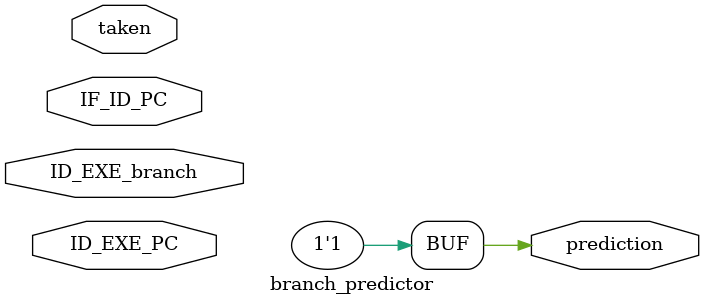
<source format=v>
`timescale 1ns / 1ps


module branch_predictor(
    input [31:0] IF_ID_PC,
    output prediction,
    input [31:0] ID_EXE_PC,
    input taken,
    input [1:0] ID_EXE_branch
    );
    assign prediction = 1'b1;
endmodule

</source>
